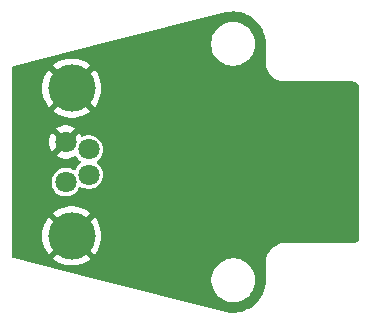
<source format=gbr>
%TF.GenerationSoftware,KiCad,Pcbnew,8.0.8*%
%TF.CreationDate,2025-02-03T14:17:38+01:00*%
%TF.ProjectId,FT25-SLS,46543235-2d53-44c5-932e-6b696361645f,rev?*%
%TF.SameCoordinates,Original*%
%TF.FileFunction,Copper,L2,Bot*%
%TF.FilePolarity,Positive*%
%FSLAX46Y46*%
G04 Gerber Fmt 4.6, Leading zero omitted, Abs format (unit mm)*
G04 Created by KiCad (PCBNEW 8.0.8) date 2025-02-03 14:17:38*
%MOMM*%
%LPD*%
G01*
G04 APERTURE LIST*
%TA.AperFunction,ComponentPad*%
%ADD10C,1.800000*%
%TD*%
%TA.AperFunction,ComponentPad*%
%ADD11C,4.000000*%
%TD*%
%TA.AperFunction,ViaPad*%
%ADD12C,0.600000*%
%TD*%
G04 APERTURE END LIST*
D10*
%TO.P,J1,1,Pin_1*%
%TO.N,Net-(J1-Pin_1)*%
X120820000Y-61700000D03*
%TO.P,J1,2,Pin_2*%
%TO.N,/V_{x}*%
X122770000Y-61075000D03*
%TO.P,J1,3,Pin_3*%
%TO.N,GND*%
X120820000Y-58300000D03*
%TO.P,J1,4*%
%TO.N,N/C*%
X122770000Y-58925000D03*
D11*
%TO.P,J1,5*%
%TO.N,GND*%
X121320000Y-53750000D03*
X121320000Y-66250000D03*
%TD*%
D12*
%TO.N,GND*%
X133200000Y-67310000D03*
X137700000Y-64240000D03*
X133110000Y-55340000D03*
X128340000Y-63570000D03*
X141050000Y-62000000D03*
X126440000Y-68410000D03*
X129800000Y-68350000D03*
X123556942Y-63553058D03*
X129790000Y-51830000D03*
X124960000Y-55280000D03*
X126580000Y-51890000D03*
X141010000Y-57910000D03*
X132690000Y-63590000D03*
X134140000Y-52950000D03*
X137740000Y-55710000D03*
%TD*%
%TA.AperFunction,Conductor*%
%TO.N,GND*%
G36*
X135026024Y-47242866D02*
G01*
X135095177Y-47247213D01*
X135319466Y-47261312D01*
X135333208Y-47262950D01*
X135574072Y-47305410D01*
X135622762Y-47313993D01*
X135636222Y-47317148D01*
X135918316Y-47400160D01*
X135931323Y-47404792D01*
X136202384Y-47518722D01*
X136214828Y-47524791D01*
X136471479Y-47668217D01*
X136483168Y-47675634D01*
X136567886Y-47736282D01*
X136722248Y-47846787D01*
X136733026Y-47855452D01*
X136832649Y-47945147D01*
X136951533Y-48052186D01*
X136961288Y-48062009D01*
X137156498Y-48281867D01*
X137165098Y-48292717D01*
X137334581Y-48532965D01*
X137341917Y-48544705D01*
X137483568Y-48802356D01*
X137489550Y-48814841D01*
X137549262Y-48959706D01*
X137596943Y-49075386D01*
X137601593Y-49086666D01*
X137606146Y-49099740D01*
X137687190Y-49382367D01*
X137690257Y-49395867D01*
X137739290Y-49685756D01*
X137740834Y-49699514D01*
X137757442Y-49996549D01*
X137757635Y-50003471D01*
X137757635Y-50073149D01*
X137757725Y-50074518D01*
X137759496Y-51517438D01*
X137759475Y-51519845D01*
X137757521Y-51627242D01*
X137757522Y-51627260D01*
X137786230Y-51857264D01*
X137786231Y-51857273D01*
X137847182Y-52080908D01*
X137939152Y-52293683D01*
X137939155Y-52293689D01*
X138060293Y-52491312D01*
X138060299Y-52491321D01*
X138103307Y-52543238D01*
X138208168Y-52669821D01*
X138379802Y-52825619D01*
X138571746Y-52955576D01*
X138780141Y-53057078D01*
X139000797Y-53128086D01*
X139229272Y-53167171D01*
X139229278Y-53167172D01*
X139271751Y-53168322D01*
X139284851Y-53170227D01*
X139284955Y-53169439D01*
X139293014Y-53170500D01*
X139350297Y-53170500D01*
X139353709Y-53170546D01*
X139411003Y-53172124D01*
X139419081Y-53171286D01*
X139419161Y-53172058D01*
X139432397Y-53170500D01*
X145094108Y-53170500D01*
X145153038Y-53170500D01*
X145166922Y-53171280D01*
X145173827Y-53172058D01*
X145257266Y-53181459D01*
X145284331Y-53187636D01*
X145363540Y-53215352D01*
X145388553Y-53227398D01*
X145459606Y-53272043D01*
X145481313Y-53289355D01*
X145540644Y-53348686D01*
X145557957Y-53370395D01*
X145602600Y-53441444D01*
X145614648Y-53466462D01*
X145642362Y-53545666D01*
X145648540Y-53572735D01*
X145658720Y-53663076D01*
X145659500Y-53676961D01*
X145659500Y-53743860D01*
X145659516Y-53744117D01*
X145662391Y-66345920D01*
X145661611Y-66359831D01*
X145651434Y-66450158D01*
X145645256Y-66477229D01*
X145617542Y-66556433D01*
X145605494Y-66581451D01*
X145560851Y-66652500D01*
X145543538Y-66674209D01*
X145484209Y-66733538D01*
X145462500Y-66750851D01*
X145391451Y-66795494D01*
X145366433Y-66807542D01*
X145287229Y-66835256D01*
X145260160Y-66841434D01*
X145169847Y-66851609D01*
X145155910Y-66852388D01*
X139442475Y-66849784D01*
X139429155Y-66848219D01*
X139429078Y-66848966D01*
X139420998Y-66848127D01*
X139363854Y-66849700D01*
X139360388Y-66849747D01*
X139303246Y-66849721D01*
X139295193Y-66850778D01*
X139295092Y-66850012D01*
X139281904Y-66851924D01*
X139239284Y-66853079D01*
X139239283Y-66853079D01*
X139010798Y-66892163D01*
X138790140Y-66963170D01*
X138581741Y-67064671D01*
X138581737Y-67064673D01*
X138389796Y-67194623D01*
X138218155Y-67350422D01*
X138218151Y-67350426D01*
X138070281Y-67528921D01*
X138070281Y-67528922D01*
X137949141Y-67726534D01*
X137949132Y-67726551D01*
X137857158Y-67939313D01*
X137857154Y-67939324D01*
X137796199Y-68162945D01*
X137796197Y-68162956D01*
X137767478Y-68392975D01*
X137769436Y-68500941D01*
X137769452Y-68504170D01*
X137758232Y-69922398D01*
X137757635Y-69931002D01*
X137757635Y-69996524D01*
X137757442Y-70003446D01*
X137740834Y-70300485D01*
X137739290Y-70314243D01*
X137690257Y-70604132D01*
X137687190Y-70617632D01*
X137606146Y-70900259D01*
X137601593Y-70913333D01*
X137489550Y-71185158D01*
X137483568Y-71197643D01*
X137341917Y-71455294D01*
X137334581Y-71467034D01*
X137165098Y-71707282D01*
X137156498Y-71718132D01*
X136961288Y-71937990D01*
X136951533Y-71947813D01*
X136733032Y-72144542D01*
X136722242Y-72153217D01*
X136483168Y-72324365D01*
X136471479Y-72331782D01*
X136214828Y-72475208D01*
X136202384Y-72481277D01*
X135931332Y-72595204D01*
X135918300Y-72599844D01*
X135636240Y-72682846D01*
X135622762Y-72686006D01*
X135333211Y-72737048D01*
X135319463Y-72738687D01*
X135026024Y-72757133D01*
X135012181Y-72757229D01*
X134718516Y-72742850D01*
X134704748Y-72741402D01*
X134411097Y-72693824D01*
X134404298Y-72692526D01*
X134392620Y-72689958D01*
X134388823Y-72689061D01*
X123286327Y-69878711D01*
X133149500Y-69878711D01*
X133149500Y-70121288D01*
X133181161Y-70361785D01*
X133243947Y-70596104D01*
X133336773Y-70820205D01*
X133336776Y-70820212D01*
X133458064Y-71030289D01*
X133458066Y-71030292D01*
X133458067Y-71030293D01*
X133605733Y-71222736D01*
X133605739Y-71222743D01*
X133777256Y-71394260D01*
X133777263Y-71394266D01*
X133872097Y-71467034D01*
X133969711Y-71541936D01*
X134179788Y-71663224D01*
X134403900Y-71756054D01*
X134638211Y-71818838D01*
X134818586Y-71842584D01*
X134878711Y-71850500D01*
X134878712Y-71850500D01*
X135121289Y-71850500D01*
X135169388Y-71844167D01*
X135361789Y-71818838D01*
X135596100Y-71756054D01*
X135820212Y-71663224D01*
X136030289Y-71541936D01*
X136222738Y-71394265D01*
X136394265Y-71222738D01*
X136541936Y-71030289D01*
X136663224Y-70820212D01*
X136756054Y-70596100D01*
X136818838Y-70361789D01*
X136850500Y-70121288D01*
X136850500Y-69878712D01*
X136818838Y-69638211D01*
X136756054Y-69403900D01*
X136663224Y-69179788D01*
X136541936Y-68969711D01*
X136394265Y-68777262D01*
X136394260Y-68777256D01*
X136222743Y-68605739D01*
X136222736Y-68605733D01*
X136030293Y-68458067D01*
X136030292Y-68458066D01*
X136030289Y-68458064D01*
X135820212Y-68336776D01*
X135820205Y-68336773D01*
X135596104Y-68243947D01*
X135361785Y-68181161D01*
X135121289Y-68149500D01*
X135121288Y-68149500D01*
X134878712Y-68149500D01*
X134878711Y-68149500D01*
X134638214Y-68181161D01*
X134403895Y-68243947D01*
X134179794Y-68336773D01*
X134179785Y-68336777D01*
X133969706Y-68458067D01*
X133777263Y-68605733D01*
X133777256Y-68605739D01*
X133605739Y-68777256D01*
X133605733Y-68777263D01*
X133458067Y-68969706D01*
X133336777Y-69179785D01*
X133336773Y-69179794D01*
X133243947Y-69403895D01*
X133181161Y-69638214D01*
X133149500Y-69878711D01*
X123286327Y-69878711D01*
X116394072Y-68134090D01*
X116333912Y-68098556D01*
X116302514Y-68036139D01*
X116300500Y-68013881D01*
X116300500Y-66249994D01*
X118815057Y-66249994D01*
X118815057Y-66250005D01*
X118834807Y-66563942D01*
X118834808Y-66563949D01*
X118893755Y-66872958D01*
X118990963Y-67172132D01*
X118990965Y-67172137D01*
X119124900Y-67456761D01*
X119124903Y-67456767D01*
X119293452Y-67722359D01*
X119384286Y-67832158D01*
X120097339Y-67119104D01*
X120175864Y-67227184D01*
X120342816Y-67394136D01*
X120450893Y-67472658D01*
X119734972Y-68188579D01*
X119977780Y-68364990D01*
X119977790Y-68364996D01*
X120253447Y-68516540D01*
X120253455Y-68516544D01*
X120545926Y-68632340D01*
X120850620Y-68710573D01*
X120850629Y-68710575D01*
X121162701Y-68749999D01*
X121162715Y-68750000D01*
X121477285Y-68750000D01*
X121477298Y-68749999D01*
X121789370Y-68710575D01*
X121789379Y-68710573D01*
X122094073Y-68632340D01*
X122386544Y-68516544D01*
X122386552Y-68516540D01*
X122662203Y-68365000D01*
X122662214Y-68364993D01*
X122905025Y-68188579D01*
X122905026Y-68188579D01*
X122189105Y-67472659D01*
X122297184Y-67394136D01*
X122464136Y-67227184D01*
X122542659Y-67119105D01*
X123255712Y-67832158D01*
X123346544Y-67722364D01*
X123515096Y-67456767D01*
X123515099Y-67456761D01*
X123649034Y-67172137D01*
X123649036Y-67172132D01*
X123746244Y-66872958D01*
X123805191Y-66563949D01*
X123805192Y-66563942D01*
X123824943Y-66250005D01*
X123824943Y-66249994D01*
X123805192Y-65936057D01*
X123805191Y-65936050D01*
X123746244Y-65627041D01*
X123649036Y-65327867D01*
X123649034Y-65327862D01*
X123515099Y-65043238D01*
X123515096Y-65043232D01*
X123346544Y-64777635D01*
X123255712Y-64667839D01*
X122542658Y-65380893D01*
X122464136Y-65272816D01*
X122297184Y-65105864D01*
X122189105Y-65027340D01*
X122905026Y-64311419D01*
X122662219Y-64135009D01*
X122662209Y-64135003D01*
X122386552Y-63983459D01*
X122386544Y-63983455D01*
X122094073Y-63867659D01*
X121789379Y-63789426D01*
X121789370Y-63789424D01*
X121477298Y-63750000D01*
X121162701Y-63750000D01*
X120850629Y-63789424D01*
X120850620Y-63789426D01*
X120545926Y-63867659D01*
X120253455Y-63983455D01*
X120253447Y-63983459D01*
X119977790Y-64135003D01*
X119977772Y-64135014D01*
X119734973Y-64311417D01*
X119734972Y-64311419D01*
X120450894Y-65027340D01*
X120342816Y-65105864D01*
X120175864Y-65272816D01*
X120097340Y-65380893D01*
X119384286Y-64667839D01*
X119293460Y-64777628D01*
X119293457Y-64777632D01*
X119124903Y-65043232D01*
X119124900Y-65043238D01*
X118990965Y-65327862D01*
X118990963Y-65327867D01*
X118893755Y-65627041D01*
X118834808Y-65936050D01*
X118834807Y-65936057D01*
X118815057Y-66249994D01*
X116300500Y-66249994D01*
X116300500Y-58299994D01*
X119415202Y-58299994D01*
X119415202Y-58300005D01*
X119434361Y-58531218D01*
X119491317Y-58756135D01*
X119584516Y-58968609D01*
X119668811Y-59097633D01*
X120218957Y-58547487D01*
X120243978Y-58607890D01*
X120315112Y-58714351D01*
X120405649Y-58804888D01*
X120512110Y-58876022D01*
X120572511Y-58901041D01*
X120021201Y-59452351D01*
X120051649Y-59476050D01*
X120255697Y-59586476D01*
X120255706Y-59586479D01*
X120475139Y-59661811D01*
X120703993Y-59700000D01*
X120936007Y-59700000D01*
X121164860Y-59661811D01*
X121384293Y-59586479D01*
X121384311Y-59586472D01*
X121566063Y-59488112D01*
X121634391Y-59473516D01*
X121699763Y-59498178D01*
X121736082Y-59541896D01*
X121744939Y-59559684D01*
X121744943Y-59559691D01*
X121879020Y-59737238D01*
X122043435Y-59887122D01*
X122055470Y-59894574D01*
X122102104Y-59946603D01*
X122113207Y-60015585D01*
X122085252Y-60079619D01*
X122055470Y-60105426D01*
X122043435Y-60112877D01*
X121879020Y-60262761D01*
X121744943Y-60440308D01*
X121744938Y-60440316D01*
X121645569Y-60639877D01*
X121598066Y-60691114D01*
X121530403Y-60708535D01*
X121469292Y-60690032D01*
X121357404Y-60620754D01*
X121357398Y-60620752D01*
X121149940Y-60540382D01*
X120931243Y-60499500D01*
X120708757Y-60499500D01*
X120490060Y-60540382D01*
X120358864Y-60591207D01*
X120282601Y-60620752D01*
X120282595Y-60620754D01*
X120093439Y-60737874D01*
X120093437Y-60737876D01*
X119929020Y-60887761D01*
X119794943Y-61065308D01*
X119794938Y-61065316D01*
X119695775Y-61264461D01*
X119695769Y-61264476D01*
X119634885Y-61478462D01*
X119634884Y-61478464D01*
X119614357Y-61699999D01*
X119614357Y-61700000D01*
X119634884Y-61921535D01*
X119634885Y-61921537D01*
X119695769Y-62135523D01*
X119695775Y-62135538D01*
X119794938Y-62334683D01*
X119794943Y-62334691D01*
X119929020Y-62512238D01*
X120093437Y-62662123D01*
X120093439Y-62662125D01*
X120282595Y-62779245D01*
X120282596Y-62779245D01*
X120282599Y-62779247D01*
X120490060Y-62859618D01*
X120708757Y-62900500D01*
X120708759Y-62900500D01*
X120931241Y-62900500D01*
X120931243Y-62900500D01*
X121149940Y-62859618D01*
X121357401Y-62779247D01*
X121546562Y-62662124D01*
X121710981Y-62512236D01*
X121845058Y-62334689D01*
X121944229Y-62135528D01*
X121944229Y-62135527D01*
X121944431Y-62135122D01*
X121991934Y-62083885D01*
X122059597Y-62066464D01*
X122120705Y-62084966D01*
X122232599Y-62154247D01*
X122440060Y-62234618D01*
X122658757Y-62275500D01*
X122658759Y-62275500D01*
X122881241Y-62275500D01*
X122881243Y-62275500D01*
X123099940Y-62234618D01*
X123307401Y-62154247D01*
X123496562Y-62037124D01*
X123660981Y-61887236D01*
X123795058Y-61709689D01*
X123894229Y-61510528D01*
X123955115Y-61296536D01*
X123975643Y-61075000D01*
X123955115Y-60853464D01*
X123894229Y-60639472D01*
X123894224Y-60639461D01*
X123795061Y-60440316D01*
X123795056Y-60440308D01*
X123660979Y-60262761D01*
X123496562Y-60112876D01*
X123496560Y-60112874D01*
X123484532Y-60105427D01*
X123437896Y-60053400D01*
X123426792Y-59984418D01*
X123454745Y-59920384D01*
X123484532Y-59894573D01*
X123496560Y-59887125D01*
X123496559Y-59887125D01*
X123496562Y-59887124D01*
X123660981Y-59737236D01*
X123795058Y-59559689D01*
X123894229Y-59360528D01*
X123955115Y-59146536D01*
X123975643Y-58925000D01*
X123955115Y-58703464D01*
X123894229Y-58489472D01*
X123887908Y-58476777D01*
X123795061Y-58290316D01*
X123795056Y-58290308D01*
X123660979Y-58112761D01*
X123496562Y-57962876D01*
X123496560Y-57962874D01*
X123307404Y-57845754D01*
X123307398Y-57845752D01*
X123099940Y-57765382D01*
X122881243Y-57724500D01*
X122658757Y-57724500D01*
X122440060Y-57765382D01*
X122440057Y-57765382D01*
X122440057Y-57765383D01*
X122272251Y-57830391D01*
X122202628Y-57836253D01*
X122140888Y-57803543D01*
X122113902Y-57764573D01*
X122055484Y-57631392D01*
X121971186Y-57502364D01*
X121421041Y-58052510D01*
X121396022Y-57992110D01*
X121324888Y-57885649D01*
X121234351Y-57795112D01*
X121127890Y-57723978D01*
X121067487Y-57698958D01*
X121618797Y-57147647D01*
X121618797Y-57147645D01*
X121588360Y-57123955D01*
X121588354Y-57123951D01*
X121384302Y-57013523D01*
X121384293Y-57013520D01*
X121164860Y-56938188D01*
X120936007Y-56900000D01*
X120703993Y-56900000D01*
X120475139Y-56938188D01*
X120255706Y-57013520D01*
X120255697Y-57013523D01*
X120051650Y-57123949D01*
X120021200Y-57147647D01*
X120572511Y-57698958D01*
X120512110Y-57723978D01*
X120405649Y-57795112D01*
X120315112Y-57885649D01*
X120243978Y-57992110D01*
X120218958Y-58052511D01*
X119668812Y-57502365D01*
X119584516Y-57631391D01*
X119584514Y-57631395D01*
X119491317Y-57843864D01*
X119434361Y-58068781D01*
X119415202Y-58299994D01*
X116300500Y-58299994D01*
X116300500Y-53749994D01*
X118815057Y-53749994D01*
X118815057Y-53750005D01*
X118834807Y-54063942D01*
X118834808Y-54063949D01*
X118893755Y-54372958D01*
X118990963Y-54672132D01*
X118990965Y-54672137D01*
X119124900Y-54956761D01*
X119124903Y-54956767D01*
X119293452Y-55222359D01*
X119384286Y-55332158D01*
X120097339Y-54619104D01*
X120175864Y-54727184D01*
X120342816Y-54894136D01*
X120450893Y-54972658D01*
X119734972Y-55688579D01*
X119977780Y-55864990D01*
X119977790Y-55864996D01*
X120253447Y-56016540D01*
X120253455Y-56016544D01*
X120545926Y-56132340D01*
X120850620Y-56210573D01*
X120850629Y-56210575D01*
X121162701Y-56249999D01*
X121162715Y-56250000D01*
X121477285Y-56250000D01*
X121477298Y-56249999D01*
X121789370Y-56210575D01*
X121789379Y-56210573D01*
X122094073Y-56132340D01*
X122386544Y-56016544D01*
X122386552Y-56016540D01*
X122662203Y-55865000D01*
X122662214Y-55864993D01*
X122905025Y-55688579D01*
X122905026Y-55688579D01*
X122189105Y-54972659D01*
X122297184Y-54894136D01*
X122464136Y-54727184D01*
X122542659Y-54619105D01*
X123255712Y-55332158D01*
X123346544Y-55222364D01*
X123515096Y-54956767D01*
X123515099Y-54956761D01*
X123649034Y-54672137D01*
X123649036Y-54672132D01*
X123746244Y-54372958D01*
X123805191Y-54063949D01*
X123805192Y-54063942D01*
X123824943Y-53750005D01*
X123824943Y-53749994D01*
X123805192Y-53436057D01*
X123805191Y-53436050D01*
X123746244Y-53127041D01*
X123649036Y-52827867D01*
X123649034Y-52827862D01*
X123515099Y-52543238D01*
X123515096Y-52543232D01*
X123346544Y-52277635D01*
X123255712Y-52167839D01*
X122542658Y-52880893D01*
X122464136Y-52772816D01*
X122297184Y-52605864D01*
X122189105Y-52527340D01*
X122905026Y-51811419D01*
X122662219Y-51635009D01*
X122662209Y-51635003D01*
X122386552Y-51483459D01*
X122386544Y-51483455D01*
X122094073Y-51367659D01*
X121789379Y-51289426D01*
X121789370Y-51289424D01*
X121477298Y-51250000D01*
X121162701Y-51250000D01*
X120850629Y-51289424D01*
X120850620Y-51289426D01*
X120545926Y-51367659D01*
X120253455Y-51483455D01*
X120253447Y-51483459D01*
X119977790Y-51635003D01*
X119977772Y-51635014D01*
X119734973Y-51811417D01*
X119734972Y-51811419D01*
X120450894Y-52527340D01*
X120342816Y-52605864D01*
X120175864Y-52772816D01*
X120097340Y-52880893D01*
X119384286Y-52167839D01*
X119293460Y-52277628D01*
X119293457Y-52277632D01*
X119124903Y-52543232D01*
X119124900Y-52543238D01*
X118990965Y-52827862D01*
X118990963Y-52827867D01*
X118893755Y-53127041D01*
X118834808Y-53436050D01*
X118834807Y-53436057D01*
X118815057Y-53749994D01*
X116300500Y-53749994D01*
X116300500Y-51986139D01*
X116320185Y-51919100D01*
X116372989Y-51873345D01*
X116394074Y-51865929D01*
X124285609Y-49868711D01*
X133139500Y-49868711D01*
X133139500Y-50111288D01*
X133171161Y-50351785D01*
X133233947Y-50586104D01*
X133326773Y-50810205D01*
X133326776Y-50810212D01*
X133448064Y-51020289D01*
X133448066Y-51020292D01*
X133448067Y-51020293D01*
X133595733Y-51212736D01*
X133595739Y-51212743D01*
X133767256Y-51384260D01*
X133767262Y-51384265D01*
X133959711Y-51531936D01*
X134169788Y-51653224D01*
X134393900Y-51746054D01*
X134628211Y-51808838D01*
X134808586Y-51832584D01*
X134868711Y-51840500D01*
X134868712Y-51840500D01*
X135111289Y-51840500D01*
X135159388Y-51834167D01*
X135351789Y-51808838D01*
X135586100Y-51746054D01*
X135810212Y-51653224D01*
X136020289Y-51531936D01*
X136212738Y-51384265D01*
X136384265Y-51212738D01*
X136531936Y-51020289D01*
X136653224Y-50810212D01*
X136746054Y-50586100D01*
X136808838Y-50351789D01*
X136840500Y-50111288D01*
X136840500Y-49868712D01*
X136808838Y-49628211D01*
X136746054Y-49393900D01*
X136653224Y-49169788D01*
X136531936Y-48959711D01*
X136384265Y-48767262D01*
X136384260Y-48767256D01*
X136212743Y-48595739D01*
X136212736Y-48595733D01*
X136020293Y-48448067D01*
X136020292Y-48448066D01*
X136020289Y-48448064D01*
X135810212Y-48326776D01*
X135810205Y-48326773D01*
X135586104Y-48233947D01*
X135351785Y-48171161D01*
X135111289Y-48139500D01*
X135111288Y-48139500D01*
X134868712Y-48139500D01*
X134868711Y-48139500D01*
X134628214Y-48171161D01*
X134393895Y-48233947D01*
X134169794Y-48326773D01*
X134169785Y-48326777D01*
X133959706Y-48448067D01*
X133767263Y-48595733D01*
X133767256Y-48595739D01*
X133595739Y-48767256D01*
X133595733Y-48767263D01*
X133448067Y-48959706D01*
X133326777Y-49169785D01*
X133326773Y-49169794D01*
X133233947Y-49393895D01*
X133171161Y-49628214D01*
X133139500Y-49868711D01*
X124285609Y-49868711D01*
X134405235Y-47307600D01*
X134415797Y-47305412D01*
X134704748Y-47258596D01*
X134718516Y-47257149D01*
X135012181Y-47242770D01*
X135026024Y-47242866D01*
G37*
%TD.AperFunction*%
%TD*%
M02*

</source>
